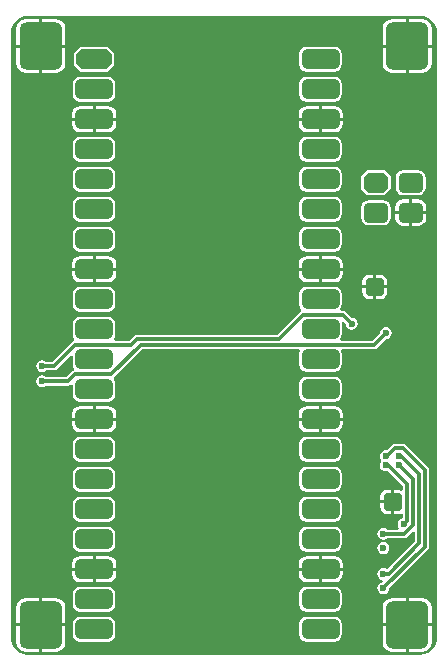
<source format=gbr>
%TF.GenerationSoftware,Altium Limited,Altium Designer,25.5.2 (35)*%
G04 Layer_Physical_Order=2*
G04 Layer_Color=16711680*
%FSLAX45Y45*%
%MOMM*%
%TF.SameCoordinates,04C475F5-62FD-4A33-8D44-780EF8A6E366*%
%TF.FilePolarity,Positive*%
%TF.FileFunction,Copper,L2,Bot,Signal*%
%TF.Part,Single*%
G01*
G75*
%TA.AperFunction,Conductor*%
%ADD16C,0.30000*%
%TA.AperFunction,ComponentPad*%
G04:AMPARAMS|DCode=17|XSize=1.55mm|YSize=1.6mm|CornerRadius=0.3875mm|HoleSize=0mm|Usage=FLASHONLY|Rotation=270.000|XOffset=0mm|YOffset=0mm|HoleType=Round|Shape=RoundedRectangle|*
%AMROUNDEDRECTD17*
21,1,1.55000,0.82500,0,0,270.0*
21,1,0.77500,1.60000,0,0,270.0*
1,1,0.77500,-0.41250,-0.38750*
1,1,0.77500,-0.41250,0.38750*
1,1,0.77500,0.41250,0.38750*
1,1,0.77500,0.41250,-0.38750*
%
%ADD17ROUNDEDRECTD17*%
G04:AMPARAMS|DCode=19|XSize=1.7mm|YSize=3.2mm|CornerRadius=0.425mm|HoleSize=0mm|Usage=FLASHONLY|Rotation=90.000|XOffset=0mm|YOffset=0mm|HoleType=Round|Shape=RoundedRectangle|*
%AMROUNDEDRECTD19*
21,1,1.70000,2.35001,0,0,90.0*
21,1,0.85000,3.20000,0,0,90.0*
1,1,0.85000,1.17500,0.42500*
1,1,0.85000,1.17500,-0.42500*
1,1,0.85000,-1.17500,-0.42500*
1,1,0.85000,-1.17500,0.42500*
%
%ADD19ROUNDEDRECTD19*%
G04:AMPARAMS|DCode=20|XSize=4mm|YSize=3.6mm|CornerRadius=0.54mm|HoleSize=0mm|Usage=FLASHONLY|Rotation=90.000|XOffset=0mm|YOffset=0mm|HoleType=Round|Shape=RoundedRectangle|*
%AMROUNDEDRECTD20*
21,1,4.00000,2.52000,0,0,90.0*
21,1,2.92000,3.60000,0,0,90.0*
1,1,1.08000,1.26000,1.46000*
1,1,1.08000,1.26000,-1.46000*
1,1,1.08000,-1.26000,-1.46000*
1,1,1.08000,-1.26000,1.46000*
%
%ADD20ROUNDEDRECTD20*%
G04:AMPARAMS|DCode=21|XSize=1.7mm|YSize=2.1mm|CornerRadius=0.425mm|HoleSize=0mm|Usage=FLASHONLY|Rotation=270.000|XOffset=0mm|YOffset=0mm|HoleType=Round|Shape=RoundedRectangle|*
%AMROUNDEDRECTD21*
21,1,1.70000,1.25001,0,0,270.0*
21,1,0.85000,2.10000,0,0,270.0*
1,1,0.85000,-0.62500,-0.42500*
1,1,0.85000,-0.62500,0.42500*
1,1,0.85000,0.62500,0.42500*
1,1,0.85000,0.62500,-0.42500*
%
%ADD21ROUNDEDRECTD21*%
G04:AMPARAMS|DCode=22|XSize=1.7mm|YSize=2.1mm|CornerRadius=0mm|HoleSize=0mm|Usage=FLASHONLY|Rotation=270.000|XOffset=0mm|YOffset=0mm|HoleType=Round|Shape=Octagon|*
%AMOCTAGOND22*
4,1,8,1.05000,0.42500,1.05000,-0.42500,0.62500,-0.85000,-0.62500,-0.85000,-1.05000,-0.42500,-1.05000,0.42500,-0.62500,0.85000,0.62500,0.85000,1.05000,0.42500,0.0*
%
%ADD22OCTAGOND22*%

%TA.AperFunction,ViaPad*%
%ADD23C,0.60000*%
%TA.AperFunction,ComponentPad*%
G04:AMPARAMS|DCode=24|XSize=1.7mm|YSize=3mm|CornerRadius=0mm|HoleSize=0mm|Usage=FLASHONLY|Rotation=270.000|XOffset=0mm|YOffset=0mm|HoleType=Round|Shape=Octagon|*
%AMOCTAGOND24*
4,1,8,1.50000,0.42500,1.50000,-0.42500,1.07500,-0.85000,-1.07500,-0.85000,-1.50000,-0.42500,-1.50000,0.42500,-1.07500,0.85000,1.07500,0.85000,1.50000,0.42500,0.0*
%
%ADD24OCTAGOND24*%

G36*
X3540437Y5450913D02*
X3578118Y5435305D01*
X3610476Y5410476D01*
X3635305Y5378118D01*
X3650913Y5340437D01*
X3656164Y5300550D01*
X3656055Y5300000D01*
X3656056Y200000D01*
X3656165Y199453D01*
X3650913Y159563D01*
X3635305Y121882D01*
X3610476Y89524D01*
X3578118Y64695D01*
X3540437Y49087D01*
X3500547Y43836D01*
X3500000Y43944D01*
X214956Y43944D01*
X214710Y43944D01*
X200000Y43945D01*
X185705Y45646D01*
X159563Y49087D01*
X121882Y64695D01*
X89524Y89524D01*
X64695Y121882D01*
X49087Y159563D01*
X43836Y199453D01*
X43944Y200000D01*
X43943Y5285008D01*
X43945Y5300000D01*
X45646Y5314295D01*
X49087Y5340437D01*
X64695Y5378118D01*
X89524Y5410476D01*
X121882Y5435305D01*
X159563Y5450913D01*
X185705Y5454354D01*
X200000Y5456055D01*
Y5456056D01*
X200001Y5456056D01*
X3500000Y5456056D01*
X3500547Y5456164D01*
X3540437Y5450913D01*
D02*
G37*
%LPC*%
G36*
X3526000Y5426955D02*
X3412700D01*
Y5212700D01*
X3606955D01*
Y5346000D01*
X3600793Y5376980D01*
X3583244Y5403244D01*
X3556980Y5420793D01*
X3526000Y5426955D01*
D02*
G37*
G36*
X426000D02*
X312700D01*
Y5212700D01*
X506955D01*
Y5346000D01*
X500793Y5376980D01*
X483244Y5403244D01*
X456980Y5420793D01*
X426000Y5426955D01*
D02*
G37*
G36*
X3387300D02*
X3274000D01*
X3243020Y5420793D01*
X3216756Y5403244D01*
X3199207Y5376980D01*
X3193045Y5346000D01*
Y5212700D01*
X3387300D01*
Y5426955D01*
D02*
G37*
G36*
X287300D02*
X174000D01*
X143020Y5420793D01*
X116756Y5403244D01*
X99207Y5376980D01*
X93045Y5346000D01*
Y5212700D01*
X287300D01*
Y5426955D01*
D02*
G37*
G36*
X867500Y5193000D02*
X632500D01*
X580000Y5140500D01*
Y5035500D01*
X632500Y4983000D01*
X867500D01*
X920000Y5035500D01*
Y5140500D01*
X867500Y5193000D01*
D02*
G37*
G36*
X2785500Y5194224D02*
X2550500D01*
X2526114Y5189374D01*
X2505440Y5175560D01*
X2491626Y5154886D01*
X2486776Y5130500D01*
Y5045500D01*
X2491626Y5021114D01*
X2505440Y5000440D01*
X2526114Y4986626D01*
X2550500Y4981776D01*
X2785500D01*
X2809886Y4986626D01*
X2830560Y5000440D01*
X2844374Y5021114D01*
X2849224Y5045500D01*
Y5130500D01*
X2844374Y5154886D01*
X2830560Y5175560D01*
X2809886Y5189374D01*
X2785500Y5194224D01*
D02*
G37*
G36*
X3606955Y5187300D02*
X3412700D01*
Y4973045D01*
X3526000D01*
X3556980Y4979207D01*
X3583244Y4996756D01*
X3600793Y5023020D01*
X3606955Y5054000D01*
Y5187300D01*
D02*
G37*
G36*
X3387300D02*
X3193045D01*
Y5054000D01*
X3199207Y5023020D01*
X3216756Y4996756D01*
X3243020Y4979207D01*
X3274000Y4973045D01*
X3387300D01*
Y5187300D01*
D02*
G37*
G36*
X506955D02*
X312700D01*
Y4973045D01*
X426000D01*
X456980Y4979207D01*
X483244Y4996756D01*
X500793Y5023020D01*
X506955Y5054000D01*
Y5187300D01*
D02*
G37*
G36*
X287300D02*
X93045D01*
Y5054000D01*
X99207Y5023020D01*
X116756Y4996756D01*
X143020Y4979207D01*
X174000Y4973045D01*
X287300D01*
Y5187300D01*
D02*
G37*
G36*
X2785500Y4940224D02*
X2550500D01*
X2526114Y4935374D01*
X2505440Y4921560D01*
X2491626Y4900886D01*
X2486776Y4876500D01*
Y4791500D01*
X2491626Y4767114D01*
X2505440Y4746440D01*
X2526114Y4732626D01*
X2550500Y4727776D01*
X2785500D01*
X2809886Y4732626D01*
X2830560Y4746440D01*
X2844374Y4767114D01*
X2849224Y4791500D01*
Y4876500D01*
X2844374Y4900886D01*
X2830560Y4921560D01*
X2809886Y4935374D01*
X2785500Y4940224D01*
D02*
G37*
G36*
X867500D02*
X632500D01*
X608113Y4935374D01*
X587440Y4921560D01*
X573626Y4900886D01*
X568775Y4876500D01*
Y4791500D01*
X573626Y4767114D01*
X587440Y4746440D01*
X608113Y4732626D01*
X632500Y4727776D01*
X867500D01*
X891886Y4732626D01*
X912560Y4746440D01*
X926374Y4767114D01*
X931224Y4791500D01*
Y4876500D01*
X926374Y4900886D01*
X912560Y4921560D01*
X891886Y4935374D01*
X867500Y4940224D01*
D02*
G37*
G36*
X2785500Y4691730D02*
X2680700D01*
Y4592700D01*
X2854730D01*
Y4622500D01*
X2849460Y4648993D01*
X2834453Y4671453D01*
X2811993Y4686460D01*
X2785500Y4691730D01*
D02*
G37*
G36*
X867500D02*
X762700D01*
Y4592700D01*
X936730D01*
Y4622500D01*
X931460Y4648993D01*
X916453Y4671453D01*
X893993Y4686460D01*
X867500Y4691730D01*
D02*
G37*
G36*
X737300D02*
X632500D01*
X606006Y4686460D01*
X583547Y4671453D01*
X568539Y4648993D01*
X563270Y4622500D01*
Y4592700D01*
X737300D01*
Y4691730D01*
D02*
G37*
G36*
X2655300D02*
X2550500D01*
X2524007Y4686460D01*
X2501547Y4671453D01*
X2486540Y4648993D01*
X2481270Y4622500D01*
Y4592700D01*
X2655300D01*
Y4691730D01*
D02*
G37*
G36*
X2854730Y4567300D02*
X2680700D01*
Y4468270D01*
X2785500D01*
X2811993Y4473540D01*
X2834453Y4488547D01*
X2849460Y4511007D01*
X2854730Y4537500D01*
Y4567300D01*
D02*
G37*
G36*
X2655300D02*
X2481270D01*
Y4537500D01*
X2486540Y4511007D01*
X2501547Y4488547D01*
X2524007Y4473540D01*
X2550500Y4468270D01*
X2655300D01*
Y4567300D01*
D02*
G37*
G36*
X936730D02*
X762700D01*
Y4468270D01*
X867500D01*
X893993Y4473540D01*
X916453Y4488547D01*
X931460Y4511007D01*
X936730Y4537500D01*
Y4567300D01*
D02*
G37*
G36*
X737300D02*
X563270D01*
Y4537500D01*
X568539Y4511007D01*
X583547Y4488547D01*
X606006Y4473540D01*
X632500Y4468270D01*
X737300D01*
Y4567300D01*
D02*
G37*
G36*
X2785500Y4432224D02*
X2550500D01*
X2526114Y4427374D01*
X2505440Y4413560D01*
X2491626Y4392886D01*
X2486776Y4368500D01*
Y4283500D01*
X2491626Y4259114D01*
X2505440Y4238440D01*
X2526114Y4224626D01*
X2550500Y4219776D01*
X2785500D01*
X2809886Y4224626D01*
X2830560Y4238440D01*
X2844374Y4259114D01*
X2849224Y4283500D01*
Y4368500D01*
X2844374Y4392886D01*
X2830560Y4413560D01*
X2809886Y4427374D01*
X2785500Y4432224D01*
D02*
G37*
G36*
X867500D02*
X632500D01*
X608113Y4427374D01*
X587440Y4413560D01*
X573626Y4392886D01*
X568775Y4368500D01*
Y4283500D01*
X573626Y4259114D01*
X587440Y4238440D01*
X608113Y4224626D01*
X632500Y4219776D01*
X867500D01*
X891886Y4224626D01*
X912560Y4238440D01*
X926374Y4259114D01*
X931224Y4283500D01*
Y4368500D01*
X926374Y4392886D01*
X912560Y4413560D01*
X891886Y4427374D01*
X867500Y4432224D01*
D02*
G37*
G36*
X2785500Y4178224D02*
X2550500D01*
X2526114Y4173374D01*
X2505440Y4159560D01*
X2491626Y4138886D01*
X2486776Y4114500D01*
Y4029500D01*
X2491626Y4005114D01*
X2505440Y3984440D01*
X2526114Y3970626D01*
X2550500Y3965776D01*
X2785500D01*
X2809886Y3970626D01*
X2830560Y3984440D01*
X2844374Y4005114D01*
X2849224Y4029500D01*
Y4114500D01*
X2844374Y4138886D01*
X2830560Y4159560D01*
X2809886Y4173374D01*
X2785500Y4178224D01*
D02*
G37*
G36*
X867500D02*
X632500D01*
X608113Y4173374D01*
X587440Y4159560D01*
X573626Y4138886D01*
X568775Y4114500D01*
Y4029500D01*
X573626Y4005114D01*
X587440Y3984440D01*
X608113Y3970626D01*
X632500Y3965776D01*
X867500D01*
X891886Y3970626D01*
X912560Y3984440D01*
X926374Y4005114D01*
X931224Y4029500D01*
Y4114500D01*
X926374Y4138886D01*
X912560Y4159560D01*
X891886Y4173374D01*
X867500Y4178224D01*
D02*
G37*
G36*
X3208500Y4149000D02*
X3063500D01*
X3011000Y4096500D01*
Y3991500D01*
X3063500Y3939000D01*
X3208500D01*
X3261000Y3991500D01*
Y4096500D01*
X3208500Y4149000D01*
D02*
G37*
G36*
X3492500Y4150224D02*
X3367500D01*
X3343113Y4145374D01*
X3322440Y4131560D01*
X3308626Y4110886D01*
X3303775Y4086500D01*
Y4001500D01*
X3308626Y3977114D01*
X3322440Y3956440D01*
X3343113Y3942626D01*
X3367500Y3937776D01*
X3492500D01*
X3516887Y3942626D01*
X3537560Y3956440D01*
X3551374Y3977114D01*
X3556225Y4001500D01*
Y4086500D01*
X3551374Y4110886D01*
X3537560Y4131560D01*
X3516887Y4145374D01*
X3492500Y4150224D01*
D02*
G37*
G36*
Y3901730D02*
X3442700D01*
Y3802700D01*
X3561730D01*
Y3832500D01*
X3556461Y3858993D01*
X3541453Y3881453D01*
X3518993Y3896460D01*
X3492500Y3901730D01*
D02*
G37*
G36*
X3417300D02*
X3367500D01*
X3341007Y3896460D01*
X3318547Y3881453D01*
X3303539Y3858993D01*
X3298270Y3832500D01*
Y3802700D01*
X3417300D01*
Y3901730D01*
D02*
G37*
G36*
X2785500Y3924224D02*
X2550500D01*
X2526114Y3919374D01*
X2505440Y3905560D01*
X2491626Y3884886D01*
X2486776Y3860500D01*
Y3775500D01*
X2491626Y3751114D01*
X2505440Y3730440D01*
X2526114Y3716626D01*
X2550500Y3711776D01*
X2785500D01*
X2809886Y3716626D01*
X2830560Y3730440D01*
X2844374Y3751114D01*
X2849224Y3775500D01*
Y3860500D01*
X2844374Y3884886D01*
X2830560Y3905560D01*
X2809886Y3919374D01*
X2785500Y3924224D01*
D02*
G37*
G36*
X867500D02*
X632500D01*
X608113Y3919374D01*
X587440Y3905560D01*
X573626Y3884886D01*
X568775Y3860500D01*
Y3775500D01*
X573626Y3751114D01*
X587440Y3730440D01*
X608113Y3716626D01*
X632500Y3711776D01*
X867500D01*
X891886Y3716626D01*
X912560Y3730440D01*
X926374Y3751114D01*
X931224Y3775500D01*
Y3860500D01*
X926374Y3884886D01*
X912560Y3905560D01*
X891886Y3919374D01*
X867500Y3924224D01*
D02*
G37*
G36*
X3198500Y3896224D02*
X3073500D01*
X3049114Y3891374D01*
X3028440Y3877560D01*
X3014626Y3856886D01*
X3009776Y3832500D01*
Y3747500D01*
X3014626Y3723114D01*
X3028440Y3702440D01*
X3049114Y3688626D01*
X3073500Y3683776D01*
X3198500D01*
X3222887Y3688626D01*
X3243560Y3702440D01*
X3257374Y3723114D01*
X3262225Y3747500D01*
Y3832500D01*
X3257374Y3856886D01*
X3243560Y3877560D01*
X3222887Y3891374D01*
X3198500Y3896224D01*
D02*
G37*
G36*
X3561730Y3777300D02*
X3442700D01*
Y3678270D01*
X3492500D01*
X3518993Y3683540D01*
X3541453Y3698547D01*
X3556461Y3721007D01*
X3561730Y3747500D01*
Y3777300D01*
D02*
G37*
G36*
X3417300D02*
X3298270D01*
Y3747500D01*
X3303539Y3721007D01*
X3318547Y3698547D01*
X3341007Y3683540D01*
X3367500Y3678270D01*
X3417300D01*
Y3777300D01*
D02*
G37*
G36*
X2785500Y3670224D02*
X2550500D01*
X2526114Y3665374D01*
X2505440Y3651560D01*
X2491626Y3630886D01*
X2486776Y3606500D01*
Y3521500D01*
X2491626Y3497114D01*
X2505440Y3476440D01*
X2526114Y3462626D01*
X2550500Y3457776D01*
X2785500D01*
X2809886Y3462626D01*
X2830560Y3476440D01*
X2844374Y3497114D01*
X2849224Y3521500D01*
Y3606500D01*
X2844374Y3630886D01*
X2830560Y3651560D01*
X2809886Y3665374D01*
X2785500Y3670224D01*
D02*
G37*
G36*
X867500D02*
X632500D01*
X608113Y3665374D01*
X587440Y3651560D01*
X573626Y3630886D01*
X568775Y3606500D01*
Y3521500D01*
X573626Y3497114D01*
X587440Y3476440D01*
X608113Y3462626D01*
X632500Y3457776D01*
X867500D01*
X891886Y3462626D01*
X912560Y3476440D01*
X926374Y3497114D01*
X931224Y3521500D01*
Y3606500D01*
X926374Y3630886D01*
X912560Y3651560D01*
X891886Y3665374D01*
X867500Y3670224D01*
D02*
G37*
G36*
X2785500Y3421730D02*
X2680700D01*
Y3322700D01*
X2854730D01*
Y3352500D01*
X2849460Y3378993D01*
X2834453Y3401453D01*
X2811993Y3416460D01*
X2785500Y3421730D01*
D02*
G37*
G36*
X867500D02*
X762700D01*
Y3322700D01*
X936730D01*
Y3352500D01*
X931460Y3378993D01*
X916453Y3401453D01*
X893993Y3416460D01*
X867500Y3421730D01*
D02*
G37*
G36*
X737300D02*
X632500D01*
X606006Y3416460D01*
X583547Y3401453D01*
X568539Y3378993D01*
X563270Y3352500D01*
Y3322700D01*
X737300D01*
Y3421730D01*
D02*
G37*
G36*
X2655300D02*
X2550500D01*
X2524007Y3416460D01*
X2501547Y3401453D01*
X2486540Y3378993D01*
X2481270Y3352500D01*
Y3322700D01*
X2655300D01*
Y3421730D01*
D02*
G37*
G36*
X2854730Y3297300D02*
X2680700D01*
Y3198270D01*
X2785500D01*
X2811993Y3203540D01*
X2834453Y3218547D01*
X2849460Y3241007D01*
X2854730Y3267500D01*
Y3297300D01*
D02*
G37*
G36*
X2655300D02*
X2481270D01*
Y3267500D01*
X2486540Y3241007D01*
X2501547Y3218547D01*
X2524007Y3203540D01*
X2550500Y3198270D01*
X2655300D01*
Y3297300D01*
D02*
G37*
G36*
X936730D02*
X762700D01*
Y3198270D01*
X867500D01*
X893993Y3203540D01*
X916453Y3218547D01*
X931460Y3241007D01*
X936730Y3267500D01*
Y3297300D01*
D02*
G37*
G36*
X737300D02*
X563270D01*
Y3267500D01*
X568539Y3241007D01*
X583547Y3218547D01*
X606006Y3203540D01*
X632500Y3198270D01*
X737300D01*
Y3297300D01*
D02*
G37*
G36*
X3168250Y3264157D02*
X3139700D01*
Y3172700D01*
X3233656D01*
Y3198750D01*
X3228678Y3223780D01*
X3214499Y3245000D01*
X3193280Y3259178D01*
X3168250Y3264157D01*
D02*
G37*
G36*
X3114300D02*
X3085750D01*
X3060720Y3259178D01*
X3039500Y3245000D01*
X3025322Y3223780D01*
X3020343Y3198750D01*
Y3172700D01*
X3114300D01*
Y3264157D01*
D02*
G37*
G36*
X3233656Y3147300D02*
X3139700D01*
Y3055843D01*
X3168250D01*
X3193280Y3060822D01*
X3214499Y3075000D01*
X3228678Y3096220D01*
X3233656Y3121250D01*
Y3147300D01*
D02*
G37*
G36*
X3114300D02*
X3020343D01*
Y3121250D01*
X3025322Y3096220D01*
X3039500Y3075000D01*
X3060720Y3060822D01*
X3085750Y3055843D01*
X3114300D01*
Y3147300D01*
D02*
G37*
G36*
X867500Y3162224D02*
X632500D01*
X608113Y3157374D01*
X587440Y3143560D01*
X573626Y3122886D01*
X568775Y3098500D01*
Y3013500D01*
X573626Y2989114D01*
X587440Y2968440D01*
X608113Y2954626D01*
X632500Y2949776D01*
X867500D01*
X891886Y2954626D01*
X912560Y2968440D01*
X926374Y2989114D01*
X931224Y3013500D01*
Y3098500D01*
X926374Y3122886D01*
X912560Y3143560D01*
X891886Y3157374D01*
X867500Y3162224D01*
D02*
G37*
G36*
X2785500D02*
X2550500D01*
X2526114Y3157374D01*
X2505440Y3143560D01*
X2491626Y3122886D01*
X2486776Y3098500D01*
Y3013500D01*
X2491626Y2989114D01*
X2505440Y2968440D01*
X2501458Y2953060D01*
X2501000Y2952969D01*
X2489423Y2945234D01*
X2299875Y2755686D01*
X1110000D01*
X1096344Y2752969D01*
X1084766Y2745234D01*
X1045219Y2705686D01*
X924402D01*
X916733Y2720686D01*
X926374Y2735114D01*
X931224Y2759500D01*
Y2844500D01*
X926374Y2868886D01*
X912560Y2889560D01*
X891886Y2903374D01*
X867500Y2908224D01*
X632500D01*
X608113Y2903374D01*
X587440Y2889560D01*
X573626Y2868886D01*
X568775Y2844500D01*
Y2759500D01*
X573626Y2735114D01*
X583883Y2719763D01*
X579245Y2704602D01*
X578192Y2703337D01*
X576344Y2702969D01*
X564766Y2695234D01*
X395219Y2525686D01*
X346290D01*
X346048Y2526048D01*
X329509Y2537099D01*
X310000Y2540980D01*
X290491Y2537099D01*
X273952Y2526048D01*
X262901Y2509509D01*
X259020Y2490000D01*
X262901Y2470491D01*
X273952Y2453952D01*
X290491Y2442901D01*
X310000Y2439021D01*
X329509Y2442901D01*
X346048Y2453952D01*
X346290Y2454314D01*
X410000D01*
X423657Y2457031D01*
X435234Y2464766D01*
X553775Y2583308D01*
X568775Y2577095D01*
Y2505500D01*
X573626Y2481114D01*
X581524Y2469294D01*
X576645Y2453921D01*
X575010Y2452078D01*
X564766Y2445234D01*
X515218Y2395686D01*
X346290D01*
X346048Y2396048D01*
X329509Y2407099D01*
X310000Y2410980D01*
X290491Y2407099D01*
X273952Y2396048D01*
X262901Y2379509D01*
X259020Y2360000D01*
X262901Y2340491D01*
X273952Y2323952D01*
X290491Y2312901D01*
X310000Y2309021D01*
X329509Y2312901D01*
X346048Y2323952D01*
X346290Y2324314D01*
X530000D01*
X543656Y2327031D01*
X553775Y2333792D01*
X559408Y2332401D01*
X568775Y2327095D01*
Y2251500D01*
X573626Y2227114D01*
X587440Y2206440D01*
X608113Y2192626D01*
X632500Y2187776D01*
X867500D01*
X891886Y2192626D01*
X912560Y2206440D01*
X926374Y2227114D01*
X931224Y2251500D01*
Y2336500D01*
X926374Y2360886D01*
X917345Y2374398D01*
X919435Y2392402D01*
X920595Y2394231D01*
X921395Y2394766D01*
X1160943Y2634314D01*
X2488698D01*
X2495768Y2621085D01*
X2491626Y2614886D01*
X2486776Y2590500D01*
Y2505500D01*
X2491626Y2481114D01*
X2505440Y2460440D01*
X2526114Y2446626D01*
X2550500Y2441776D01*
X2785500D01*
X2809886Y2446626D01*
X2830560Y2460440D01*
X2844374Y2481114D01*
X2849224Y2505500D01*
Y2590500D01*
X2844374Y2614886D01*
X2840232Y2621085D01*
X2847302Y2634314D01*
X3120000D01*
X3133656Y2637031D01*
X3145233Y2644766D01*
X3219573Y2719106D01*
X3220000Y2719020D01*
X3239509Y2722901D01*
X3256048Y2733952D01*
X3267099Y2750491D01*
X3270979Y2770000D01*
X3267099Y2789509D01*
X3256048Y2806048D01*
X3239509Y2817099D01*
X3220000Y2820980D01*
X3200491Y2817099D01*
X3183952Y2806048D01*
X3172901Y2789509D01*
X3169020Y2770000D01*
X3169105Y2769573D01*
X3105218Y2705686D01*
X2842402D01*
X2834733Y2720686D01*
X2844374Y2735114D01*
X2849224Y2759500D01*
Y2844500D01*
X2845601Y2862719D01*
X2859425Y2870108D01*
X2879105Y2850427D01*
X2879020Y2850000D01*
X2882901Y2830491D01*
X2893952Y2813952D01*
X2910491Y2802901D01*
X2930000Y2799020D01*
X2949509Y2802901D01*
X2966048Y2813952D01*
X2977099Y2830491D01*
X2980980Y2850000D01*
X2977099Y2869509D01*
X2966048Y2886048D01*
X2949509Y2897099D01*
X2930000Y2900979D01*
X2929573Y2900895D01*
X2885234Y2945234D01*
X2873656Y2952969D01*
X2860000Y2955686D01*
X2836416D01*
X2832061Y2970686D01*
X2844374Y2989114D01*
X2849224Y3013500D01*
Y3098500D01*
X2844374Y3122886D01*
X2830560Y3143560D01*
X2809886Y3157374D01*
X2785500Y3162224D01*
D02*
G37*
G36*
Y2400224D02*
X2550500D01*
X2526114Y2395374D01*
X2505440Y2381560D01*
X2491626Y2360886D01*
X2486776Y2336500D01*
Y2251500D01*
X2491626Y2227114D01*
X2505440Y2206440D01*
X2526114Y2192626D01*
X2550500Y2187776D01*
X2785500D01*
X2809886Y2192626D01*
X2830560Y2206440D01*
X2844374Y2227114D01*
X2849224Y2251500D01*
Y2336500D01*
X2844374Y2360886D01*
X2830560Y2381560D01*
X2809886Y2395374D01*
X2785500Y2400224D01*
D02*
G37*
G36*
Y2151730D02*
X2680700D01*
Y2052700D01*
X2854730D01*
Y2082500D01*
X2849460Y2108993D01*
X2834453Y2131453D01*
X2811993Y2146460D01*
X2785500Y2151730D01*
D02*
G37*
G36*
X867500D02*
X762700D01*
Y2052700D01*
X936730D01*
Y2082500D01*
X931460Y2108993D01*
X916453Y2131453D01*
X893993Y2146460D01*
X867500Y2151730D01*
D02*
G37*
G36*
X737300D02*
X632500D01*
X606006Y2146460D01*
X583547Y2131453D01*
X568539Y2108993D01*
X563270Y2082500D01*
Y2052700D01*
X737300D01*
Y2151730D01*
D02*
G37*
G36*
X2655300D02*
X2550500D01*
X2524007Y2146460D01*
X2501547Y2131453D01*
X2486540Y2108993D01*
X2481270Y2082500D01*
Y2052700D01*
X2655300D01*
Y2151730D01*
D02*
G37*
G36*
X2854730Y2027300D02*
X2680700D01*
Y1928270D01*
X2785500D01*
X2811993Y1933540D01*
X2834453Y1948547D01*
X2849460Y1971007D01*
X2854730Y1997500D01*
Y2027300D01*
D02*
G37*
G36*
X2655300D02*
X2481270D01*
Y1997500D01*
X2486540Y1971007D01*
X2501547Y1948547D01*
X2524007Y1933540D01*
X2550500Y1928270D01*
X2655300D01*
Y2027300D01*
D02*
G37*
G36*
X936730D02*
X762700D01*
Y1928270D01*
X867500D01*
X893993Y1933540D01*
X916453Y1948547D01*
X931460Y1971007D01*
X936730Y1997500D01*
Y2027300D01*
D02*
G37*
G36*
X737300D02*
X563270D01*
Y1997500D01*
X568539Y1971007D01*
X583547Y1948547D01*
X606006Y1933540D01*
X632500Y1928270D01*
X737300D01*
Y2027300D01*
D02*
G37*
G36*
X3364341Y1831345D02*
X3294896D01*
X3281239Y1828628D01*
X3269662Y1820892D01*
X3228132Y1779362D01*
X3220000Y1780980D01*
X3200491Y1777099D01*
X3183952Y1766048D01*
X3172901Y1749509D01*
X3169020Y1730000D01*
X3172901Y1710491D01*
X3179270Y1700960D01*
X3182711Y1690000D01*
X3179270Y1679040D01*
X3172901Y1669509D01*
X3169020Y1650000D01*
X3172901Y1630491D01*
X3183952Y1613952D01*
X3200491Y1602901D01*
X3220000Y1599020D01*
X3237109Y1602424D01*
X3364314Y1475219D01*
Y1441033D01*
X3351086Y1433963D01*
X3343280Y1439178D01*
X3318250Y1444157D01*
X3289700D01*
Y1340000D01*
Y1235843D01*
X3318250D01*
X3343280Y1240822D01*
X3351086Y1246038D01*
X3364314Y1238967D01*
Y1199849D01*
X3350491Y1197099D01*
X3333952Y1186048D01*
X3322901Y1169509D01*
X3319021Y1150000D01*
X3322901Y1130491D01*
X3329453Y1120686D01*
X3321435Y1105686D01*
X3236290D01*
X3236048Y1106048D01*
X3219509Y1117099D01*
X3200000Y1120979D01*
X3180491Y1117099D01*
X3163952Y1106048D01*
X3152901Y1089509D01*
X3149020Y1070000D01*
X3152901Y1050491D01*
X3163952Y1033952D01*
X3180491Y1022901D01*
X3200000Y1019020D01*
X3219509Y1022901D01*
X3236048Y1033952D01*
X3236290Y1034314D01*
X3377141D01*
X3390797Y1037031D01*
X3402374Y1044766D01*
X3450456Y1092848D01*
X3464314Y1087108D01*
Y1004782D01*
X3229773Y770241D01*
X3219509Y777099D01*
X3200000Y780980D01*
X3180491Y777099D01*
X3163952Y766048D01*
X3152901Y749509D01*
X3149020Y730000D01*
X3152901Y710491D01*
X3163952Y693952D01*
X3180491Y682901D01*
X3187624Y681482D01*
X3194285Y672142D01*
X3195578Y664894D01*
X3190690Y659128D01*
X3180491Y657099D01*
X3163952Y646048D01*
X3152901Y629509D01*
X3149020Y610000D01*
X3152901Y590491D01*
X3163952Y573952D01*
X3180491Y562901D01*
X3200000Y559020D01*
X3219509Y562901D01*
X3236048Y573952D01*
X3247099Y590491D01*
X3250980Y610000D01*
X3250894Y610427D01*
X3575234Y934766D01*
X3582969Y946344D01*
X3585686Y960000D01*
Y1610000D01*
X3582969Y1623656D01*
X3575234Y1635234D01*
X3389575Y1820892D01*
X3377998Y1828628D01*
X3364341Y1831345D01*
D02*
G37*
G36*
X2785500Y1892224D02*
X2550500D01*
X2526114Y1887374D01*
X2505440Y1873560D01*
X2491626Y1852886D01*
X2486776Y1828500D01*
Y1743500D01*
X2491626Y1719114D01*
X2505440Y1698440D01*
X2526114Y1684626D01*
X2550500Y1679776D01*
X2785500D01*
X2809886Y1684626D01*
X2830560Y1698440D01*
X2844374Y1719114D01*
X2849224Y1743500D01*
Y1828500D01*
X2844374Y1852886D01*
X2830560Y1873560D01*
X2809886Y1887374D01*
X2785500Y1892224D01*
D02*
G37*
G36*
X867500D02*
X632500D01*
X608113Y1887374D01*
X587440Y1873560D01*
X573626Y1852886D01*
X568775Y1828500D01*
Y1743500D01*
X573626Y1719114D01*
X587440Y1698440D01*
X608113Y1684626D01*
X632500Y1679776D01*
X867500D01*
X891886Y1684626D01*
X912560Y1698440D01*
X926374Y1719114D01*
X931224Y1743500D01*
Y1828500D01*
X926374Y1852886D01*
X912560Y1873560D01*
X891886Y1887374D01*
X867500Y1892224D01*
D02*
G37*
G36*
X2785500Y1638224D02*
X2550500D01*
X2526114Y1633374D01*
X2505440Y1619560D01*
X2491626Y1598886D01*
X2486776Y1574500D01*
Y1489500D01*
X2491626Y1465114D01*
X2505440Y1444440D01*
X2526114Y1430626D01*
X2550500Y1425776D01*
X2785500D01*
X2809886Y1430626D01*
X2830560Y1444440D01*
X2844374Y1465114D01*
X2849224Y1489500D01*
Y1574500D01*
X2844374Y1598886D01*
X2830560Y1619560D01*
X2809886Y1633374D01*
X2785500Y1638224D01*
D02*
G37*
G36*
X867500D02*
X632500D01*
X608113Y1633374D01*
X587440Y1619560D01*
X573626Y1598886D01*
X568775Y1574500D01*
Y1489500D01*
X573626Y1465114D01*
X587440Y1444440D01*
X608113Y1430626D01*
X632500Y1425776D01*
X867500D01*
X891886Y1430626D01*
X912560Y1444440D01*
X926374Y1465114D01*
X931224Y1489500D01*
Y1574500D01*
X926374Y1598886D01*
X912560Y1619560D01*
X891886Y1633374D01*
X867500Y1638224D01*
D02*
G37*
G36*
X3264300Y1444157D02*
X3235750D01*
X3210720Y1439178D01*
X3189501Y1425000D01*
X3175322Y1403780D01*
X3170343Y1378750D01*
Y1352700D01*
X3264300D01*
Y1444157D01*
D02*
G37*
G36*
Y1327300D02*
X3170343D01*
Y1301250D01*
X3175322Y1276220D01*
X3189501Y1255001D01*
X3210720Y1240822D01*
X3235750Y1235843D01*
X3264300D01*
Y1327300D01*
D02*
G37*
G36*
X2785500Y1384224D02*
X2550500D01*
X2526114Y1379374D01*
X2505440Y1365560D01*
X2491626Y1344886D01*
X2486776Y1320500D01*
Y1235500D01*
X2491626Y1211114D01*
X2505440Y1190440D01*
X2526114Y1176626D01*
X2550500Y1171776D01*
X2785500D01*
X2809886Y1176626D01*
X2830560Y1190440D01*
X2844374Y1211114D01*
X2849224Y1235500D01*
Y1320500D01*
X2844374Y1344886D01*
X2830560Y1365560D01*
X2809886Y1379374D01*
X2785500Y1384224D01*
D02*
G37*
G36*
X867500D02*
X632500D01*
X608113Y1379374D01*
X587440Y1365560D01*
X573626Y1344886D01*
X568775Y1320500D01*
Y1235500D01*
X573626Y1211114D01*
X587440Y1190440D01*
X608113Y1176626D01*
X632500Y1171776D01*
X867500D01*
X891886Y1176626D01*
X912560Y1190440D01*
X926374Y1211114D01*
X931224Y1235500D01*
Y1320500D01*
X926374Y1344886D01*
X912560Y1365560D01*
X891886Y1379374D01*
X867500Y1384224D01*
D02*
G37*
G36*
X2785500Y1130224D02*
X2550500D01*
X2526114Y1125374D01*
X2505440Y1111560D01*
X2491626Y1090886D01*
X2486776Y1066500D01*
Y981500D01*
X2491626Y957114D01*
X2505440Y936440D01*
X2526114Y922626D01*
X2550500Y917776D01*
X2785500D01*
X2809886Y922626D01*
X2830560Y936440D01*
X2844374Y957114D01*
X2849224Y981500D01*
Y1066500D01*
X2844374Y1090886D01*
X2830560Y1111560D01*
X2809886Y1125374D01*
X2785500Y1130224D01*
D02*
G37*
G36*
X867500D02*
X632500D01*
X608113Y1125374D01*
X587440Y1111560D01*
X573626Y1090886D01*
X568775Y1066500D01*
Y981500D01*
X573626Y957114D01*
X587440Y936440D01*
X608113Y922626D01*
X632500Y917776D01*
X867500D01*
X891886Y922626D01*
X912560Y936440D01*
X926374Y957114D01*
X931224Y981500D01*
Y1066500D01*
X926374Y1090886D01*
X912560Y1111560D01*
X891886Y1125374D01*
X867500Y1130224D01*
D02*
G37*
G36*
X3200000Y1000979D02*
X3180491Y997099D01*
X3163952Y986048D01*
X3152901Y969509D01*
X3149020Y950000D01*
X3152901Y930491D01*
X3163952Y913952D01*
X3180491Y902901D01*
X3200000Y899020D01*
X3219509Y902901D01*
X3236048Y913952D01*
X3247099Y930491D01*
X3250980Y950000D01*
X3247099Y969509D01*
X3236048Y986048D01*
X3219509Y997099D01*
X3200000Y1000979D01*
D02*
G37*
G36*
X2785500Y881730D02*
X2680700D01*
Y782700D01*
X2854730D01*
Y812500D01*
X2849460Y838993D01*
X2834453Y861453D01*
X2811993Y876460D01*
X2785500Y881730D01*
D02*
G37*
G36*
X867500D02*
X762700D01*
Y782700D01*
X936730D01*
Y812500D01*
X931460Y838993D01*
X916453Y861453D01*
X893993Y876460D01*
X867500Y881730D01*
D02*
G37*
G36*
X737300D02*
X632500D01*
X606006Y876460D01*
X583547Y861453D01*
X568539Y838993D01*
X563270Y812500D01*
Y782700D01*
X737300D01*
Y881730D01*
D02*
G37*
G36*
X2655300D02*
X2550500D01*
X2524007Y876460D01*
X2501547Y861453D01*
X2486540Y838993D01*
X2481270Y812500D01*
Y782700D01*
X2655300D01*
Y881730D01*
D02*
G37*
G36*
X2854730Y757300D02*
X2680700D01*
Y658270D01*
X2785500D01*
X2811993Y663540D01*
X2834453Y678547D01*
X2849460Y701007D01*
X2854730Y727500D01*
Y757300D01*
D02*
G37*
G36*
X2655300D02*
X2481270D01*
Y727500D01*
X2486540Y701007D01*
X2501547Y678547D01*
X2524007Y663540D01*
X2550500Y658270D01*
X2655300D01*
Y757300D01*
D02*
G37*
G36*
X936730D02*
X762700D01*
Y658270D01*
X867500D01*
X893993Y663540D01*
X916453Y678547D01*
X931460Y701007D01*
X936730Y727500D01*
Y757300D01*
D02*
G37*
G36*
X737300D02*
X563270D01*
Y727500D01*
X568539Y701007D01*
X583547Y678547D01*
X606006Y663540D01*
X632500Y658270D01*
X737300D01*
Y757300D01*
D02*
G37*
G36*
X2785500Y622224D02*
X2550500D01*
X2526114Y617374D01*
X2505440Y603560D01*
X2491626Y582886D01*
X2486776Y558500D01*
Y473500D01*
X2491626Y449114D01*
X2505440Y428440D01*
X2526114Y414626D01*
X2550500Y409776D01*
X2785500D01*
X2809886Y414626D01*
X2830560Y428440D01*
X2844374Y449114D01*
X2849224Y473500D01*
Y558500D01*
X2844374Y582886D01*
X2830560Y603560D01*
X2809886Y617374D01*
X2785500Y622224D01*
D02*
G37*
G36*
X867500D02*
X632500D01*
X608113Y617374D01*
X587440Y603560D01*
X573626Y582886D01*
X568775Y558500D01*
Y473500D01*
X573626Y449114D01*
X587440Y428440D01*
X608113Y414626D01*
X632500Y409776D01*
X867500D01*
X891886Y414626D01*
X912560Y428440D01*
X926374Y449114D01*
X931224Y473500D01*
Y558500D01*
X926374Y582886D01*
X912560Y603560D01*
X891886Y617374D01*
X867500Y622224D01*
D02*
G37*
G36*
X3526000Y526955D02*
X3412700D01*
Y312700D01*
X3606955D01*
Y446000D01*
X3600793Y476980D01*
X3583244Y503244D01*
X3556980Y520793D01*
X3526000Y526955D01*
D02*
G37*
G36*
X426000D02*
X312700D01*
Y312700D01*
X506955D01*
Y446000D01*
X500793Y476980D01*
X483244Y503244D01*
X456980Y520793D01*
X426000Y526955D01*
D02*
G37*
G36*
X287300D02*
X174000D01*
X143020Y520793D01*
X116756Y503244D01*
X99207Y476980D01*
X93045Y446000D01*
Y312700D01*
X287300D01*
Y526955D01*
D02*
G37*
G36*
X3387300D02*
X3274000D01*
X3243020Y520793D01*
X3216756Y503244D01*
X3199207Y476980D01*
X3193045Y446000D01*
Y312700D01*
X3387300D01*
Y526955D01*
D02*
G37*
G36*
X2785500Y368224D02*
X2550500D01*
X2526114Y363374D01*
X2505440Y349560D01*
X2491626Y328886D01*
X2486776Y304500D01*
Y219500D01*
X2491626Y195114D01*
X2505440Y174440D01*
X2526114Y160626D01*
X2550500Y155776D01*
X2785500D01*
X2809886Y160626D01*
X2830560Y174440D01*
X2844374Y195114D01*
X2849224Y219500D01*
Y304500D01*
X2844374Y328886D01*
X2830560Y349560D01*
X2809886Y363374D01*
X2785500Y368224D01*
D02*
G37*
G36*
X867500D02*
X632500D01*
X608113Y363374D01*
X587440Y349560D01*
X573626Y328886D01*
X568775Y304500D01*
Y219500D01*
X573626Y195114D01*
X587440Y174440D01*
X608113Y160626D01*
X632500Y155776D01*
X867500D01*
X891886Y160626D01*
X912560Y174440D01*
X926374Y195114D01*
X931224Y219500D01*
Y304500D01*
X926374Y328886D01*
X912560Y349560D01*
X891886Y363374D01*
X867500Y368224D01*
D02*
G37*
G36*
X3606955Y287300D02*
X3412700D01*
Y73045D01*
X3526000D01*
X3556980Y79207D01*
X3583244Y96756D01*
X3600793Y123020D01*
X3606955Y154000D01*
Y287300D01*
D02*
G37*
G36*
X3387300D02*
X3193045D01*
Y154000D01*
X3199207Y123020D01*
X3216756Y96756D01*
X3243020Y79207D01*
X3274000Y73045D01*
X3387300D01*
Y287300D01*
D02*
G37*
G36*
X506955D02*
X312700D01*
Y73045D01*
X426000D01*
X456980Y79207D01*
X483244Y96756D01*
X500793Y123020D01*
X506955Y154000D01*
Y287300D01*
D02*
G37*
G36*
X287300D02*
X93045D01*
Y154000D01*
X99207Y123020D01*
X116756Y96756D01*
X143020Y79207D01*
X174000Y73045D01*
X287300D01*
Y287300D01*
D02*
G37*
%LPD*%
D16*
X1146162Y2670000D02*
X3120000D01*
X3220000Y2770000D01*
X2314657Y2720000D02*
X2514657Y2920000D01*
X1060000Y2670000D02*
X1110000Y2720000D01*
X2314657D01*
X3400000Y1180000D02*
Y1490000D01*
X3225740Y1644260D02*
X3245740D01*
X3400000Y1490000D01*
X3220000Y1650000D02*
X3225740Y1644260D01*
X3550000Y960000D02*
Y1610000D01*
X3200000Y610000D02*
X3550000Y960000D01*
X3500000Y990000D02*
Y1580000D01*
X3203033Y733033D02*
X3243033D01*
X3500000Y990000D01*
X3200000Y730000D02*
X3203033Y733033D01*
X3377141Y1070000D02*
X3450000Y1142859D01*
X3200000Y1070000D02*
X3377141D01*
X3450000Y1142859D02*
Y1530000D01*
X3294896Y1795659D02*
X3364341D01*
X3550000Y1610000D01*
X3335831Y1724230D02*
X3355770D01*
X3500000Y1580000D01*
X3330091Y1729971D02*
X3335831Y1724230D01*
X3330000Y1650000D02*
X3450000Y1530000D01*
X3228118Y1730000D02*
X3243118Y1745000D01*
X3220000Y1730000D02*
X3228118D01*
X3244237Y1745000D02*
X3294896Y1795659D01*
X3243118Y1745000D02*
X3244237D01*
X2514657Y2920000D02*
X2860000D01*
X310000Y2360000D02*
X530000D01*
X590000Y2420000D02*
X896162D01*
X530000Y2360000D02*
X590000Y2420000D01*
X896162D02*
X1146162Y2670000D01*
X310000Y2490000D02*
X410000D01*
X590000Y2670000D01*
X2930000Y2850000D02*
Y2850000D01*
X2860000Y2920000D02*
X2930000Y2850000D01*
X590000Y2670000D02*
X1060000D01*
X3370000Y1150000D02*
X3400000Y1180000D01*
D17*
X3127000Y3160000D02*
D03*
X3277000Y1340000D02*
D03*
D19*
X2668000Y262000D02*
D03*
Y516000D02*
D03*
Y770000D02*
D03*
Y1024000D02*
D03*
Y1278000D02*
D03*
Y1532000D02*
D03*
Y1786000D02*
D03*
Y2040000D02*
D03*
Y2294000D02*
D03*
Y2548000D02*
D03*
Y2802000D02*
D03*
Y3056000D02*
D03*
Y3310000D02*
D03*
Y3564000D02*
D03*
Y3818000D02*
D03*
Y4072000D02*
D03*
Y4326000D02*
D03*
Y4580000D02*
D03*
Y4834000D02*
D03*
Y5088000D02*
D03*
X750000Y262000D02*
D03*
Y516000D02*
D03*
Y770000D02*
D03*
Y1024000D02*
D03*
Y1278000D02*
D03*
Y1532000D02*
D03*
Y1786000D02*
D03*
Y2040000D02*
D03*
Y2294000D02*
D03*
Y2548000D02*
D03*
Y2802000D02*
D03*
Y3056000D02*
D03*
Y3310000D02*
D03*
Y3564000D02*
D03*
Y3818000D02*
D03*
Y4072000D02*
D03*
Y4326000D02*
D03*
Y4580000D02*
D03*
Y4834000D02*
D03*
D20*
X3400000Y5200000D02*
D03*
X300000Y300000D02*
D03*
Y5200000D02*
D03*
X3400000Y300000D02*
D03*
D21*
X3136000Y3790000D02*
D03*
X3430000D02*
D03*
Y4044000D02*
D03*
D22*
X3136000D02*
D03*
D23*
X3220000Y2770000D02*
D03*
X2260000Y2580000D02*
D03*
Y2810000D02*
D03*
X2445803Y2976678D02*
D03*
X3590000Y860000D02*
D03*
X520000Y2260000D02*
D03*
X510000Y2730000D02*
D03*
X990000Y2770000D02*
D03*
X1000000Y2380000D02*
D03*
X540000Y4200000D02*
D03*
X2910000Y4280000D02*
D03*
X3130000Y4220000D02*
D03*
X2870000Y3940000D02*
D03*
X2880000Y3690000D02*
D03*
X2460000Y2420000D02*
D03*
X2880000D02*
D03*
X2890000Y1700000D02*
D03*
X2900000Y1210000D02*
D03*
X970000Y390000D02*
D03*
X2430000D02*
D03*
X2990000Y480000D02*
D03*
X3080000Y840000D02*
D03*
X3280000Y1890000D02*
D03*
X3277000Y2050000D02*
D03*
Y2450000D02*
D03*
X3270000Y2690000D02*
D03*
X3510000Y3110000D02*
D03*
X3600000Y4260000D02*
D03*
X3260000Y4480000D02*
D03*
X1660000Y120000D02*
D03*
X2410000Y1400000D02*
D03*
X1010000Y4320000D02*
D03*
X2430000Y3940000D02*
D03*
X2410000Y4200000D02*
D03*
X310000Y2490000D02*
D03*
Y2360000D02*
D03*
X3370000Y1150000D02*
D03*
X3220000Y1650000D02*
D03*
Y1730000D02*
D03*
X3330000Y1650000D02*
D03*
X3200000Y1070000D02*
D03*
Y950000D02*
D03*
X3330091Y1729971D02*
D03*
X3200000Y730000D02*
D03*
Y610000D02*
D03*
X2930000Y2850000D02*
D03*
X3260000Y5040000D02*
D03*
X3540000D02*
D03*
Y5360000D02*
D03*
X3260000D02*
D03*
X160000Y140000D02*
D03*
X440000D02*
D03*
Y460000D02*
D03*
X160000D02*
D03*
Y5040000D02*
D03*
X440000D02*
D03*
Y5360000D02*
D03*
X160000D02*
D03*
X3260000Y140000D02*
D03*
X3540000D02*
D03*
Y460000D02*
D03*
X3260000D02*
D03*
D24*
X750000Y5088000D02*
D03*
%TF.MD5,b7f47173ae9093f49e1ba0e903ce3c18*%
M02*

</source>
